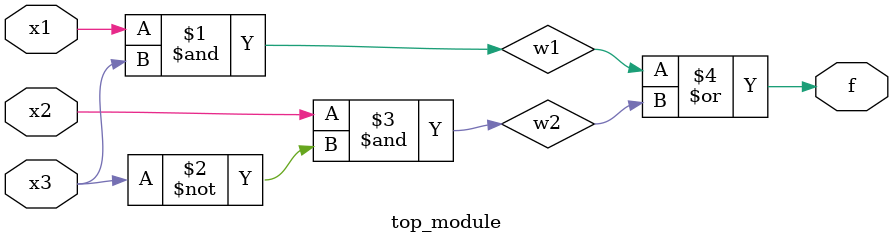
<source format=v>
module top_module( 
    input x3,
    input x2,
    input x1,  // three inputs
    output f   // one output
    );
wire w1, w2;
assign w1 = x1 & x3;
assign w2 = x2 & ~x3;
assign f = w1 | w2;

endmodule
</source>
